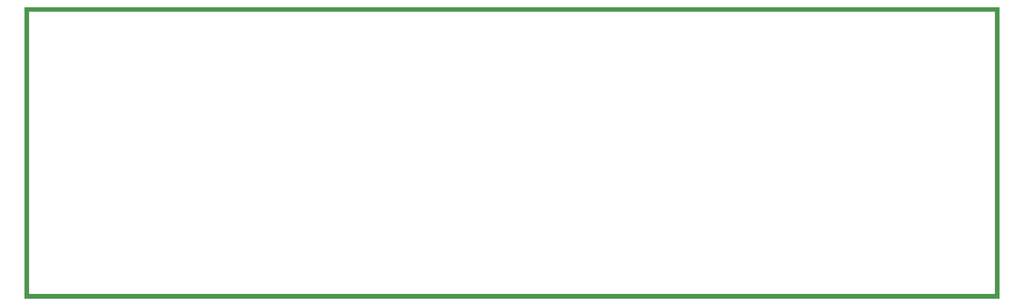
<source format=gbr>
%TF.GenerationSoftware,KiCad,Pcbnew,(6.0.5)*%
%TF.CreationDate,2022-12-19T16:21:13-07:00*%
%TF.ProjectId,Back_panel,4261636b-5f70-4616-9e65-6c2e6b696361,rev?*%
%TF.SameCoordinates,Original*%
%TF.FileFunction,Soldermask,Bot*%
%TF.FilePolarity,Negative*%
%FSLAX46Y46*%
G04 Gerber Fmt 4.6, Leading zero omitted, Abs format (unit mm)*
G04 Created by KiCad (PCBNEW (6.0.5)) date 2022-12-19 16:21:13*
%MOMM*%
%LPD*%
G01*
G04 APERTURE LIST*
G04 APERTURE END LIST*
G36*
X408442121Y122279998D02*
G01*
X408488614Y122226342D01*
X408500000Y122174000D01*
X408500000Y126000D01*
X408479998Y57879D01*
X408426342Y11386D01*
X408374000Y0D01*
X406626000Y0D01*
X406557879Y20002D01*
X406511386Y73658D01*
X406500000Y126000D01*
X406500000Y120481885D01*
X406495525Y120497124D01*
X406494135Y120498329D01*
X406486452Y120500000D01*
X406372000Y120500000D01*
X406303879Y120520002D01*
X406257386Y120573658D01*
X406246000Y120626000D01*
X406246000Y122174000D01*
X406266002Y122242121D01*
X406319658Y122288614D01*
X406372000Y122300000D01*
X408374000Y122300000D01*
X408442121Y122279998D01*
G37*
G36*
X1942121Y2233998D02*
G01*
X1988614Y2180342D01*
X2000000Y2128000D01*
X2000000Y2018115D01*
X2004475Y2002876D01*
X2005865Y2001671D01*
X2013548Y2000000D01*
X406481885Y2000000D01*
X406497124Y2004475D01*
X406498329Y2005865D01*
X406500000Y2013548D01*
X406500000Y2128000D01*
X406520002Y2196121D01*
X406573658Y2242614D01*
X406626000Y2254000D01*
X408374000Y2254000D01*
X408442121Y2233998D01*
X408488614Y2180342D01*
X408500000Y2128000D01*
X408500000Y126000D01*
X408479998Y57879D01*
X408426342Y11386D01*
X408374000Y0D01*
X126000Y0D01*
X57879Y20002D01*
X11386Y73658D01*
X0Y126000D01*
X0Y2128000D01*
X20002Y2196121D01*
X73658Y2242614D01*
X126000Y2254000D01*
X1874000Y2254000D01*
X1942121Y2233998D01*
G37*
G36*
X2196121Y122279998D02*
G01*
X2242614Y122226342D01*
X2254000Y122174000D01*
X2254000Y120626000D01*
X2233998Y120557879D01*
X2180342Y120511386D01*
X2128000Y120500000D01*
X2018115Y120500000D01*
X2002876Y120495525D01*
X2001671Y120494135D01*
X2000000Y120486452D01*
X2000000Y2018115D01*
X2004475Y2002876D01*
X2005865Y2001671D01*
X2013548Y2000000D01*
X2128000Y2000000D01*
X2196121Y1979998D01*
X2242614Y1926342D01*
X2254000Y1874000D01*
X2254000Y126000D01*
X2233998Y57879D01*
X2180342Y11386D01*
X2128000Y0D01*
X126000Y0D01*
X57879Y20002D01*
X11386Y73658D01*
X0Y126000D01*
X0Y122174000D01*
X20002Y122242121D01*
X73658Y122288614D01*
X126000Y122300000D01*
X2128000Y122300000D01*
X2196121Y122279998D01*
G37*
G36*
X408442121Y122279998D02*
G01*
X408488614Y122226342D01*
X408500000Y122174000D01*
X408500000Y120626000D01*
X408479998Y120557879D01*
X408426342Y120511386D01*
X408374000Y120500000D01*
X2018115Y120500000D01*
X2002876Y120495525D01*
X2001671Y120494135D01*
X2000000Y120486452D01*
X2000000Y120372000D01*
X1979998Y120303879D01*
X1926342Y120257386D01*
X1874000Y120246000D01*
X126000Y120246000D01*
X57879Y120266002D01*
X11386Y120319658D01*
X0Y120372000D01*
X0Y122174000D01*
X20002Y122242121D01*
X73658Y122288614D01*
X126000Y122300000D01*
X408374000Y122300000D01*
X408442121Y122279998D01*
G37*
M02*

</source>
